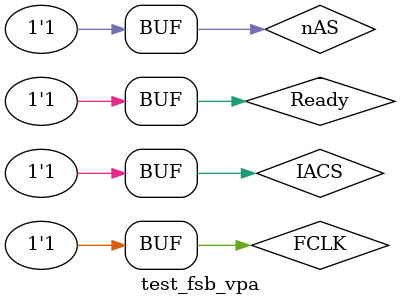
<source format=v>
`timescale 1ns / 1ps


module test_fsb_vpa;

	// Inputs
	reg FCLK;
	reg nAS;
	reg Ready;
	reg IACS;

	// Outputs
	wire nDTACK;
	wire nVPA;
	wire AINACT;
	wire BACT;
	wire CACT;

	// Instantiate the Unit Under Test (UUT)
	FSB uut (
		.FCLK(FCLK), 
		.nAS(nAS), 
		.nDTACK(nDTACK), 
		.nVPA(nVPA), 
		.AINACT(AINACT), 
		.BACT(BACT), 
		.CACT(CACT), 
		.Ready(Ready), 
		.IACS(IACS)
	);

	initial begin
		FCLK = 0;
		nAS = 1;
		Ready = 1;
		IACS = 1;
		#0;
		
		FCLK = 0; #25;
		FCLK = 1; #5;
		nAS = 1'bX; #20;
		nAS = 0;

		FCLK = 0; #25;
		FCLK = 1; #25;
		
		FCLK = 0; #25;
		FCLK = 1; #25;
		
		FCLK = 0; #25;
		FCLK = 1; #25;
		
		FCLK = 0; #25;
		FCLK = 1; #25;

		FCLK = 0; #25;
		FCLK = 1; #25;
		
		FCLK = 0; #25;
		FCLK = 1; #25;

		FCLK = 0; #5;
		nAS = 1'bX; #20;
		nAS = 1;
		FCLK = 1; #25;
		
		FCLK = 0; #25;
		FCLK = 1; #5;
		Ready = 0; nAS = 1'bX; #20;
		nAS = 0;

		FCLK = 0; #25;
		FCLK = 1; #25;

		FCLK = 0; #25;
		FCLK = 1; #5;
		Ready = 1; #20;
		
		FCLK = 0; #25;
		FCLK = 1; #25;
		
		FCLK = 0; #25;
		FCLK = 1; #25;
		
		FCLK = 0; #25;
		FCLK = 1; #25;

		FCLK = 0; #25;
		FCLK = 1; #25;

		FCLK = 0; #25;
		FCLK = 1; #25;

		FCLK = 0; #25;
		FCLK = 1; #25;

		FCLK = 0; #5;
		nAS = 1'bX; #20;
		nAS = 1;
		FCLK = 1; #25;

		FCLK = 0; #25;
		FCLK = 1; #25;

		FCLK = 0; #25;
		FCLK = 1; #25;
	
	end
      
endmodule

</source>
